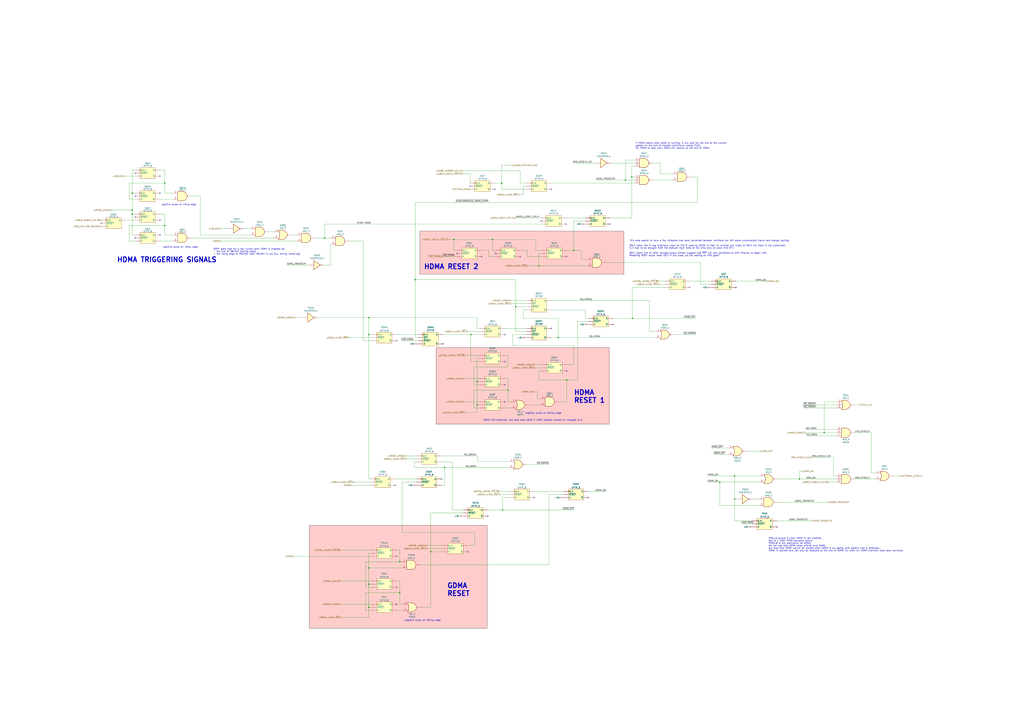
<source format=kicad_sch>
(kicad_sch (version 20230121) (generator eeschema)
  (paper "A1")
  (lib_symbols
    (symbol "Ricoh_Cells:AND_2" (pin_names hide)
      (property "Reference" "U" (at 0 5.08 0))
      (property "Value" "AND_2" (at 0 -5.08 0))
      (symbol "AND_2_1_1"
        (pin input line (at -7.62 2.54 0) (length 3.81) (name "~") (number "1"))
        (pin input line (at -7.62 -2.54 0) (length 3.81) (name "~") (number "2"))
        (pin output line (at 7.62 0 180) (length 3.81) (name "~") (number "3"))
      )
    )
    (symbol "Ricoh_Cells:AND_3" (pin_names hide)
      (property "Reference" "U" (at 0 5.08 0))
      (property "Value" "AND_3" (at 0 -5.08 0))
      (symbol "AND_3_1_1"
        (pin input line (at -7.62 2.54 0) (length 3.81) (name "~") (number "1"))
        (pin input line (at -7.62 0 0) (length 3.81) (name "~") (number "2"))
        (pin input line (at -7.62 -2.54 0) (length 3.81) (name "~") (number "3"))
        (pin output line (at 7.62 0 180) (length 3.81) (name "~") (number "4"))
      )
    )
    (symbol "Ricoh_Cells:DFFR_A" (pin_numbers hide)
      (property "Reference" "U" (at 0 5.715 0))
      (property "Value" "DFFR_A" (at 0 -5.715 0))
      (symbol "DFFR_A_1_1"
        (pin input line (at -10.16 0 0) (length 3.81) (name "~{RESET}") (number "1"))
        (pin input line (at -10.16 -2.54 0) (length 3.81) (name "D") (number "2"))
        (pin input clock (at -10.16 2.54 0) (length 3.81) (name "CLK") (number "3"))
        (pin input clock (at -10.16 2.54 0) (length 3.81) hide (name "~{CLK}") (number "4"))
        (pin input line (at -10.16 0 0) (length 3.81) hide (name "~{RESET}") (number "5"))
        (pin output line (at 10.16 2.54 180) (length 3.81) (name "Q") (number "6"))
      )
    )
    (symbol "Ricoh_Cells:DFFR_B" (pin_numbers hide)
      (property "Reference" "U" (at 0 5.715 0))
      (property "Value" "DFFR_B" (at 0 -5.715 0))
      (symbol "DFFR_B_1_1"
        (pin input line (at -10.16 0 0) (length 3.81) (name "~{RESET}") (number "1"))
        (pin input line (at -10.16 -2.54 0) (length 3.81) (name "D") (number "2"))
        (pin input clock (at -10.16 2.54 0) (length 3.81) (name "CLK") (number "3"))
        (pin input clock (at -10.16 2.54 0) (length 3.81) hide (name "~{CLK}") (number "4"))
        (pin input line (at -10.16 0 0) (length 3.81) hide (name "~{RESET}") (number "5"))
        (pin output line (at 10.16 -2.54 180) (length 3.81) (name "~{Q}") (number "6"))
        (pin output line (at 10.16 2.54 180) (length 3.81) (name "Q") (number "7"))
      )
    )
    (symbol "Ricoh_Cells:DFFSR" (pin_numbers hide)
      (property "Reference" "U" (at 0 6.985 0))
      (property "Value" "DFFSR" (at 0 -6.985 0))
      (symbol "DFFSR_1_1"
        (pin input line (at -10.16 1.27 0) (length 3.81) (name "~{SET}") (number "1"))
        (pin input line (at -10.16 -3.81 0) (length 3.81) (name "D") (number "2"))
        (pin input line (at -10.16 1.27 0) (length 3.81) hide (name "~{SET}") (number "3"))
        (pin output line (at 10.16 -3.81 180) (length 3.81) (name "~{Q}") (number "4"))
        (pin output line (at 10.16 3.81 180) (length 3.81) (name "Q") (number "5"))
        (pin input line (at -10.16 -1.27 0) (length 3.81) (name "~{RESET}") (number "6"))
        (pin input clock (at -10.16 3.81 0) (length 3.81) (name "CLK") (number "7"))
      )
    )
    (symbol "Ricoh_Cells:INVERTER_A" (pin_numbers hide) (pin_names hide)
      (property "Reference" "U?" (at 0 5.08 0))
      (property "Value" "INVERTER_A" (at 0 -5.08 0))
      (symbol "INVERTER_A_1_0"
        (pin input line (at -6.35 0 0) (length 3.81) (name "~") (number "1"))
        (pin output inverted (at 6.35 0 180) (length 3.81) (name "~") (number "2"))
      )
    )
    (symbol "Ricoh_Cells:NAND_3" (pin_names hide)
      (property "Reference" "U" (at 0 5.08 0))
      (property "Value" "NAND_3" (at 0 -5.08 0))
      (symbol "NAND_3_1_1"
        (pin input line (at -7.62 2.54 0) (length 3.81) (name "~") (number "1"))
        (pin input line (at -7.62 0 0) (length 3.81) (name "~") (number "2"))
        (pin input line (at -7.62 -2.54 0) (length 3.81) (name "~") (number "3"))
        (pin output inverted (at 7.62 0 180) (length 3.81) (name "~") (number "4"))
      )
    )
    (symbol "Ricoh_Cells:NOR_2" (pin_names hide)
      (property "Reference" "U" (at 0 5.08 0))
      (property "Value" "NOR_2" (at 0 -5.08 0))
      (symbol "NOR_2_1_1"
        (pin input line (at -7.62 2.54 0) (length 4.4) (name "~") (number "1"))
        (pin input line (at -7.62 -2.54 0) (length 4.4) (name "~") (number "2"))
        (pin output inverted (at 7.62 0 180) (length 3.81) (name "~") (number "3"))
      )
    )
    (symbol "Ricoh_Cells:OR_2" (pin_names hide)
      (property "Reference" "U" (at 0 5.08 0))
      (property "Value" "OR_2" (at 0 -5.08 0))
      (symbol "OR_2_1_1"
        (pin input line (at -7.62 2.54 0) (length 4.4) (name "~") (number "1"))
        (pin input line (at -7.62 -2.54 0) (length 4.4) (name "~") (number "2"))
        (pin output line (at 7.62 0 180) (length 3.81) (name "~") (number "3"))
      )
    )
    (symbol "Ricoh_Cells:OR_3" (pin_names hide)
      (property "Reference" "U" (at 0 5.08 0))
      (property "Value" "OR_3" (at 0 -5.08 0))
      (symbol "OR_3_1_1"
        (pin input line (at -7.62 2.54 0) (length 4.4) (name "~") (number "1"))
        (pin input line (at -7.62 0 0) (length 4.9) (name "~") (number "2"))
        (pin input line (at -7.62 -2.54 0) (length 4.4) (name "~") (number "3"))
        (pin output line (at 7.62 0 180) (length 3.81) (name "~") (number "4"))
      )
    )
    (symbol "power:+5V" (power) (pin_names (offset 0))
      (property "Value" "+5V" (at 0 3.556 0))
      (symbol "+5V_1_1"
        (pin power_in line (at 0 0 90) (length 0) hide (name "+5V") (number "1"))
      )
    )
  )
  (junction (at 518.795 145.415))
  (junction (at 108.585 172.72))
  (junction (at 302.895 466.725))
  (junction (at 417.195 320.675))
  (junction (at 386.715 274.955))
  (junction (at 135.255 150.495))
  (junction (at 135.255 185.42))
  (junction (at 513.715 147.955))
  (junction (at 353.695 453.39))
  (junction (at 442.595 218.44))
  (junction (at 372.745 196.85))
  (junction (at 108.585 175.895))
  (junction (at 302.895 260.985))
  (junction (at 423.545 252.095))
  (junction (at 365.125 384.175))
  (junction (at 412.75 419.1))
  (junction (at 471.17 205.74))
  (junction (at 465.455 312.42))
  (junction (at 302.895 499.11))
  (junction (at 391.795 332.74))
  (junction (at 108.585 158.75))
  (junction (at 676.91 355.6))
  (junction (at 340.995 229.87))
  (junction (at 412.115 150.495))
  (junction (at 458.47 277.495))
  (junction (at 603.25 391.16))
  (junction (at 391.795 313.69))
  (junction (at 591.185 396.24))
  (junction (at 266.7 195.58))
  (junction (at 404.495 196.85))
  (junction (at 302.895 274.955))
  (junction (at 519.43 261.62))
  (junction (at 328.295 461.645))
  (junction (at 656.59 393.7))
  (junction (at 603.25 410.21))
  (junction (at 328.295 487.045))
  (junction (at 302.895 480.06))
  (no_connect (at 375.285 208.28))
  (no_connect (at 384.175 453.39))
  (no_connect (at 452.755 269.875))
  (no_connect (at 325.755 496.57))
  (no_connect (at 501.015 184.15))
  (no_connect (at 111.125 195.58))
  (no_connect (at 111.125 178.435))
  (no_connect (at 604.52 236.22))
  (no_connect (at 503.555 266.7))
  (no_connect (at 325.755 280.035))
  (no_connect (at 400.685 424.18))
  (no_connect (at 465.455 210.82))
  (no_connect (at 325.755 457.2))
  (no_connect (at 131.445 144.78))
  (no_connect (at 406.4 155.575))
  (no_connect (at 465.455 304.8))
  (no_connect (at 407.035 208.28))
  (no_connect (at 131.445 193.04))
  (no_connect (at 414.655 316.23))
  (no_connect (at 566.42 236.22))
  (no_connect (at 395.605 210.82))
  (no_connect (at 427.355 210.82))
  (no_connect (at 414.655 274.955))
  (no_connect (at 414.655 330.2))
  (no_connect (at 325.755 482.6))
  (no_connect (at 131.445 158.75))
  (no_connect (at 452.755 155.575))
  (no_connect (at 131.445 180.975))
  (no_connect (at 111.125 161.29))
  (no_connect (at 414.655 297.18))
  (no_connect (at 638.175 433.07))
  (no_connect (at 483.235 408.94))
  (no_connect (at 386.08 153.035))
  (no_connect (at 83.185 183.515))
  (no_connect (at 464.82 184.15))
  (no_connect (at 438.785 408.94))
  (no_connect (at 111.125 142.24))
  (no_connect (at 324.485 398.78))
  (no_connect (at 362.585 393.7))
  (no_connect (at 444.5 181.61))
  (no_connect (at 363.855 282.575))
  (wire (pts (xy 471.17 205.74) (xy 477.52 205.74)))
  (wire (pts (xy 429.895 254.635) (xy 429.895 261.62)))
  (wire (pts (xy 302.895 393.7) (xy 304.165 393.7)))
  (wire (pts (xy 340.995 229.87) (xy 340.995 277.495)))
  (wire (pts (xy 533.4 272.415) (xy 533.4 247.015)))
  (wire (pts (xy 111.125 158.75) (xy 108.585 158.75)))
  (wire (pts (xy 135.255 175.895) (xy 135.255 185.42)))
  (wire (pts (xy 386.715 297.18) (xy 386.715 274.955)))
  (wire (pts (xy 372.745 196.85) (xy 404.495 196.85)))
  (wire (pts (xy 423.545 179.07) (xy 444.5 179.07)))
  (wire (pts (xy 474.345 312.42) (xy 474.345 264.16)))
  (wire (pts (xy 623.57 415.29) (xy 591.185 415.29)))
  (wire (pts (xy 346.075 499.11) (xy 353.695 499.11)))
  (wire (pts (xy 328.295 496.57) (xy 328.295 487.045)))
  (wire (pts (xy 401.32 205.74) (xy 395.605 205.74)))
  (wire (pts (xy 412.115 135.89) (xy 412.115 150.495)))
  (wire (pts (xy 382.27 292.1) (xy 394.335 292.1)))
  (wire (pts (xy 108.585 172.72) (xy 108.585 175.895)))
  (wire (pts (xy 687.07 330.2) (xy 676.91 330.2)))
  (wire (pts (xy 471.17 181.61) (xy 471.17 205.74)))
  (wire (pts (xy 419.735 249.555) (xy 432.435 249.555)))
  (wire (pts (xy 503.555 261.62) (xy 519.43 261.62)))
  (wire (pts (xy 305.435 499.11) (xy 302.895 499.11)))
  (wire (pts (xy 423.545 252.095) (xy 423.545 272.415)))
  (wire (pts (xy 302.895 466.725) (xy 302.895 454.66)))
  (wire (pts (xy 302.895 260.985) (xy 302.895 274.955)))
  (wire (pts (xy 102.87 144.78) (xy 111.125 144.78)))
  (wire (pts (xy 164.465 193.04) (xy 164.465 161.29)))
  (wire (pts (xy 439.42 302.26) (xy 445.135 302.26)))
  (wire (pts (xy 241.3 457.2) (xy 305.435 457.2)))
  (wire (pts (xy 392.43 379.095) (xy 417.83 379.095)))
  (wire (pts (xy 328.295 452.12) (xy 325.755 452.12)))
  (wire (pts (xy 363.855 274.955) (xy 386.715 274.955)))
  (wire (pts (xy 572.77 145.415) (xy 572.77 166.37)))
  (wire (pts (xy 442.595 304.8) (xy 442.595 312.42)))
  (wire (pts (xy 371.475 419.1) (xy 380.365 419.1)))
  (wire (pts (xy 375.285 210.82) (xy 363.22 210.82)))
  (wire (pts (xy 518.795 179.07) (xy 518.795 145.415)))
  (wire (pts (xy 452.755 150.495) (xy 521.335 150.495)))
  (wire (pts (xy 342.265 396.24) (xy 330.2 396.24)))
  (wire (pts (xy 513.715 131.445) (xy 513.715 147.955)))
  (wire (pts (xy 287.02 277.495) (xy 305.435 277.495)))
  (wire (pts (xy 465.455 312.42) (xy 465.455 330.2)))
  (wire (pts (xy 452.755 277.495) (xy 458.47 277.495)))
  (wire (pts (xy 389.255 320.675) (xy 389.255 335.28)))
  (wire (pts (xy 404.495 205.74) (xy 407.035 205.74)))
  (wire (pts (xy 220.98 190.5) (xy 224.79 190.5)))
  (wire (pts (xy 391.795 269.875) (xy 394.335 269.875)))
  (wire (pts (xy 718.82 388.62) (xy 715.645 388.62)))
  (wire (pts (xy 438.785 321.945) (xy 441.325 321.945)))
  (wire (pts (xy 108.585 158.75) (xy 108.585 172.72)))
  (wire (pts (xy 135.255 158.75) (xy 135.255 150.495)))
  (wire (pts (xy 353.695 453.39) (xy 353.695 499.11)))
  (wire (pts (xy 302.895 480.06) (xy 302.895 466.725)))
  (wire (pts (xy 394.335 335.28) (xy 389.255 335.28)))
  (wire (pts (xy 566.42 231.14) (xy 584.2 231.14)))
  (wire (pts (xy 380.365 142.875) (xy 386.08 142.875)))
  (wire (pts (xy 513.715 147.955) (xy 489.585 147.955)))
  (wire (pts (xy 392.43 379.095) (xy 392.43 374.65)))
  (wire (pts (xy 417.195 301.625) (xy 389.255 301.625)))
  (wire (pts (xy 739.14 391.16) (xy 734.06 391.16)))
  (wire (pts (xy 271.78 217.805) (xy 266.7 217.805)))
  (wire (pts (xy 464.82 179.07) (xy 480.695 179.07)))
  (wire (pts (xy 541.655 233.68) (xy 546.1 233.68)))
  (wire (pts (xy 142.24 193.04) (xy 135.255 193.04)))
  (wire (pts (xy 680.72 396.24) (xy 687.07 396.24)))
  (wire (pts (xy 542.29 133.985) (xy 542.29 142.875)))
  (wire (pts (xy 325.755 274.955) (xy 343.535 274.955)))
  (wire (pts (xy 343.535 280.035) (xy 329.565 280.035)))
  (wire (pts (xy 518.795 136.525) (xy 521.335 136.525)))
  (wire (pts (xy 302.895 499.11) (xy 302.895 480.06)))
  (wire (pts (xy 391.795 294.64) (xy 391.795 313.69)))
  (wire (pts (xy 439.42 299.72) (xy 445.135 299.72)))
  (wire (pts (xy 381.635 311.15) (xy 394.335 311.15)))
  (wire (pts (xy 421.005 274.955) (xy 421.005 283.845)))
  (wire (pts (xy 638.175 427.99) (xy 666.115 427.99)))
  (wire (pts (xy 384.175 272.415) (xy 394.335 272.415)))
  (wire (pts (xy 459.105 330.2) (xy 465.455 330.2)))
  (wire (pts (xy 280.67 507.365) (xy 302.895 507.365)))
  (wire (pts (xy 513.715 131.445) (xy 521.335 131.445)))
  (wire (pts (xy 382.27 339.09) (xy 391.795 339.09)))
  (wire (pts (xy 131.445 139.7) (xy 135.255 139.7)))
  (wire (pts (xy 656.59 393.7) (xy 656.59 387.35)))
  (wire (pts (xy 302.895 274.955) (xy 305.435 274.955)))
  (wire (pts (xy 417.195 320.675) (xy 417.195 311.15)))
  (wire (pts (xy 591.185 396.24) (xy 623.57 396.24)))
  (wire (pts (xy 417.195 292.1) (xy 417.195 301.625)))
  (wire (pts (xy 442.595 208.28) (xy 442.595 218.44)))
  (wire (pts (xy 584.2 233.68) (xy 575.31 233.68)))
  (wire (pts (xy 261.62 260.985) (xy 302.895 260.985)))
  (wire (pts (xy 353.695 421.64) (xy 353.695 453.39)))
  (wire (pts (xy 702.31 332.74) (xy 706.12 332.74)))
  (wire (pts (xy 365.125 398.78) (xy 362.585 398.78)))
  (wire (pts (xy 302.895 393.7) (xy 302.895 274.955)))
  (wire (pts (xy 603.25 410.21) (xy 603.25 427.99)))
  (wire (pts (xy 391.795 313.69) (xy 391.795 332.74)))
  (wire (pts (xy 394.335 294.64) (xy 391.795 294.64)))
  (wire (pts (xy 480.695 254.635) (xy 452.755 254.635)))
  (wire (pts (xy 343.535 277.495) (xy 340.995 277.495)))
  (wire (pts (xy 414.655 292.1) (xy 417.195 292.1)))
  (wire (pts (xy 442.595 304.8) (xy 445.135 304.8)))
  (wire (pts (xy 345.44 464.185) (xy 450.85 464.185)))
  (wire (pts (xy 656.59 387.35) (xy 659.13 387.35)))
  (wire (pts (xy 538.48 272.415) (xy 533.4 272.415)))
  (wire (pts (xy 340.995 166.37) (xy 340.995 229.87)))
  (wire (pts (xy 440.055 205.74) (xy 445.135 205.74)))
  (wire (pts (xy 567.69 145.415) (xy 572.77 145.415)))
  (wire (pts (xy 441.325 327.66) (xy 443.865 327.66)))
  (wire (pts (xy 300.355 487.045) (xy 328.295 487.045)))
  (wire (pts (xy 591.185 415.29) (xy 591.185 396.24)))
  (wire (pts (xy 328.295 461.645) (xy 328.295 452.12)))
  (wire (pts (xy 108.585 175.895) (xy 111.125 175.895)))
  (wire (pts (xy 181.61 198.12) (xy 243.84 198.12)))
  (wire (pts (xy 287.02 198.12) (xy 298.45 198.12)))
  (wire (pts (xy 302.895 260.985) (xy 391.795 260.985)))
  (wire (pts (xy 483.235 264.16) (xy 474.345 264.16)))
  (wire (pts (xy 414.655 335.28) (xy 419.735 335.28)))
  (wire (pts (xy 423.545 252.095) (xy 423.545 229.87)))
  (wire (pts (xy 407.035 210.82) (xy 401.32 210.82)))
  (wire (pts (xy 108.585 139.7) (xy 111.125 139.7)))
  (wire (pts (xy 288.925 398.78) (xy 304.165 398.78)))
  (wire (pts (xy 266.7 184.15) (xy 444.5 184.15)))
  (wire (pts (xy 638.81 393.7) (xy 656.59 393.7)))
  (wire (pts (xy 330.2 437.515) (xy 330.2 396.24)))
  (wire (pts (xy 452.755 247.015) (xy 533.4 247.015)))
  (wire (pts (xy 386.08 142.875) (xy 386.08 150.495)))
  (wire (pts (xy 419.735 247.015) (xy 432.435 247.015)))
  (wire (pts (xy 290.83 396.24) (xy 304.165 396.24)))
  (wire (pts (xy 541.655 231.14) (xy 546.1 231.14)))
  (wire (pts (xy 715.645 388.62) (xy 715.645 355.6)))
  (wire (pts (xy 618.49 410.21) (xy 623.57 410.21)))
  (wire (pts (xy 372.745 196.85) (xy 372.745 205.74)))
  (wire (pts (xy 471.17 283.845) (xy 471.17 299.72)))
  (wire (pts (xy 131.445 163.83) (xy 142.24 163.83)))
  (wire (pts (xy 442.595 208.28) (xy 445.135 208.28)))
  (wire (pts (xy 586.105 373.38) (xy 598.17 373.38)))
  (wire (pts (xy 106.045 198.12) (xy 111.125 198.12)))
  (wire (pts (xy 433.07 205.74) (xy 433.07 210.82)))
  (wire (pts (xy 131.445 198.12) (xy 142.24 198.12)))
  (wire (pts (xy 412.75 408.94) (xy 418.465 408.94)))
  (wire (pts (xy 108.585 158.75) (xy 108.585 139.7)))
  (wire (pts (xy 483.235 261.62) (xy 480.695 261.62)))
  (wire (pts (xy 427.355 140.335) (xy 427.355 150.495)))
  (wire (pts (xy 575.31 215.9) (xy 575.31 233.68)))
  (wire (pts (xy 445.135 210.82) (xy 433.07 210.82)))
  (wire (pts (xy 181.61 187.96) (xy 187.96 187.96)))
  (wire (pts (xy 519.43 261.62) (xy 571.5 261.62)))
  (wire (pts (xy 584.2 368.3) (xy 598.17 368.3)))
  (wire (pts (xy 394.335 316.23) (xy 389.255 316.23)))
  (wire (pts (xy 477.52 213.36) (xy 477.52 205.74)))
  (wire (pts (xy 410.845 406.4) (xy 418.465 406.4)))
  (wire (pts (xy 389.89 448.31) (xy 389.89 437.515)))
  (wire (pts (xy 350.52 448.31) (xy 363.855 448.31)))
  (wire (pts (xy 702.31 355.6) (xy 715.645 355.6)))
  (wire (pts (xy 111.125 193.04) (xy 108.585 193.04)))
  (wire (pts (xy 342.265 379.73) (xy 340.36 379.73)))
  (wire (pts (xy 300.355 482.6) (xy 300.355 461.645)))
  (wire (pts (xy 300.355 487.045) (xy 300.355 501.65)))
  (wire (pts (xy 106.045 163.83) (xy 111.125 163.83)))
  (wire (pts (xy 501.015 179.07) (xy 518.795 179.07)))
  (wire (pts (xy 608.965 430.53) (xy 617.855 430.53)))
  (wire (pts (xy 536.575 147.955) (xy 552.45 147.955)))
  (wire (pts (xy 389.255 320.675) (xy 417.195 320.675)))
  (wire (pts (xy 386.715 274.955) (xy 394.335 274.955)))
  (wire (pts (xy 386.715 297.18) (xy 394.335 297.18)))
  (wire (pts (xy 603.25 427.99) (xy 617.855 427.99)))
  (wire (pts (xy 521.335 145.415) (xy 518.795 145.415)))
  (wire (pts (xy 659.765 332.74) (xy 687.07 332.74)))
  (wire (pts (xy 280.035 477.52) (xy 305.435 477.52)))
  (wire (pts (xy 340.995 229.87) (xy 423.545 229.87)))
  (wire (pts (xy 426.72 160.02) (xy 429.895 160.02)))
  (wire (pts (xy 334.01 374.65) (xy 342.265 374.65)))
  (wire (pts (xy 340.36 384.175) (xy 340.36 379.73)))
  (wire (pts (xy 353.695 421.64) (xy 380.365 421.64)))
  (wire (pts (xy 450.85 406.4) (xy 450.85 464.185)))
  (wire (pts (xy 372.745 205.74) (xy 375.285 205.74)))
  (wire (pts (xy 536.575 133.985) (xy 542.29 133.985)))
  (wire (pts (xy 666.75 375.92) (xy 684.53 375.92)))
  (wire (pts (xy 518.795 136.525) (xy 518.795 145.415)))
  (wire (pts (xy 135.255 185.42) (xy 106.045 185.42)))
  (wire (pts (xy 429.895 160.02) (xy 429.895 153.035)))
  (wire (pts (xy 521.335 147.955) (xy 513.715 147.955)))
  (wire (pts (xy 427.355 150.495) (xy 432.435 150.495)))
  (wire (pts (xy 676.91 355.6) (xy 687.07 355.6)))
  (wire (pts (xy 280.035 496.57) (xy 305.435 496.57)))
  (wire (pts (xy 324.485 393.7) (xy 342.265 393.7)))
  (wire (pts (xy 433.07 381.635) (xy 450.85 381.635)))
  (wire (pts (xy 271.78 195.58) (xy 266.7 195.58)))
  (wire (pts (xy 552.45 142.875) (xy 542.29 142.875)))
  (wire (pts (xy 423.545 252.095) (xy 432.435 252.095)))
  (wire (pts (xy 384.175 448.31) (xy 389.89 448.31)))
  (wire (pts (xy 412.115 150.495) (xy 412.115 155.575)))
  (wire (pts (xy 661.67 353.06) (xy 687.07 353.06)))
  (wire (pts (xy 271.78 200.66) (xy 271.78 217.805)))
  (wire (pts (xy 305.435 480.06) (xy 302.895 480.06)))
  (wire (pts (xy 480.695 181.61) (xy 471.17 181.61)))
  (wire (pts (xy 581.025 396.24) (xy 591.185 396.24)))
  (wire (pts (xy 661.67 355.6) (xy 676.91 355.6)))
  (wire (pts (xy 440.055 196.85) (xy 404.495 196.85)))
  (wire (pts (xy 470.535 133.985) (xy 489.585 133.985)))
  (wire (pts (xy 450.85 406.4) (xy 462.915 406.4)))
  (wire (pts (xy 433.07 205.74) (xy 427.355 205.74)))
  (wire (pts (xy 164.465 193.04) (xy 205.74 193.04)))
  (wire (pts (xy 350.52 450.85) (xy 363.855 450.85)))
  (wire (pts (xy 280.035 452.12) (xy 305.435 452.12)))
  (wire (pts (xy 432.435 254.635) (xy 429.895 254.635)))
  (wire (pts (xy 581.025 391.16) (xy 603.25 391.16)))
  (wire (pts (xy 389.89 437.515) (xy 330.2 437.515)))
  (wire (pts (xy 676.91 355.6) (xy 676.91 330.2)))
  (wire (pts (xy 305.435 482.6) (xy 300.355 482.6)))
  (wire (pts (xy 365.125 384.175) (xy 365.125 398.78)))
  (wire (pts (xy 380.365 140.335) (xy 427.355 140.335)))
  (wire (pts (xy 412.75 419.1) (xy 471.805 419.1)))
  (wire (pts (xy 400.685 419.1) (xy 412.75 419.1)))
  (wire (pts (xy 684.53 375.92) (xy 684.53 391.16)))
  (wire (pts (xy 371.475 419.1) (xy 371.475 379.73)))
  (wire (pts (xy 465.455 205.74) (xy 471.17 205.74)))
  (wire (pts (xy 240.03 193.04) (xy 243.84 193.04)))
  (wire (pts (xy 432.435 274.955) (xy 421.005 274.955)))
  (wire (pts (xy 417.195 311.15) (xy 414.655 311.15)))
  (wire (pts (xy 553.72 274.955) (xy 571.5 274.955)))
  (wire (pts (xy 718.82 393.7) (xy 702.31 393.7)))
  (wire (pts (xy 328.295 487.045) (xy 328.295 477.52)))
  (wire (pts (xy 266.7 184.15) (xy 266.7 195.58)))
  (wire (pts (xy 135.255 150.495) (xy 106.045 150.495)))
  (wire (pts (xy 442.595 218.44) (xy 482.6 218.44)))
  (wire (pts (xy 300.355 461.645) (xy 328.295 461.645)))
  (wire (pts (xy 305.435 501.65) (xy 300.355 501.65)))
  (wire (pts (xy 108.585 193.04) (xy 108.585 175.895)))
  (wire (pts (xy 371.475 379.73) (xy 362.585 379.73)))
  (wire (pts (xy 417.195 330.2) (xy 419.735 330.2)))
  (wire (pts (xy 412.75 408.94) (xy 412.75 419.1)))
  (wire (pts (xy 391.795 339.09) (xy 391.795 332.74)))
  (wire (pts (xy 480.695 261.62) (xy 480.695 254.635)))
  (wire (pts (xy 328.295 496.57) (xy 330.835 496.57)))
  (wire (pts (xy 465.455 312.42) (xy 474.345 312.42)))
  (wire (pts (xy 429.895 261.62) (xy 458.47 261.62)))
  (wire (pts (xy 368.935 196.85) (xy 372.745 196.85)))
  (wire (pts (xy 421.005 283.845) (xy 471.17 283.845)))
  (wire (pts (xy 603.25 391.16) (xy 623.57 391.16)))
  (wire (pts (xy 135.255 185.42) (xy 135.255 193.04)))
  (wire (pts (xy 684.53 391.16) (xy 687.07 391.16)))
  (wire (pts (xy 604.52 231.14) (xy 629.285 231.14)))
  (wire (pts (xy 394.335 332.74) (xy 391.795 332.74)))
  (wire (pts (xy 613.41 370.84) (xy 624.84 370.84)))
  (wire (pts (xy 328.295 477.52) (xy 325.755 477.52)))
  (wire (pts (xy 438.785 403.86) (xy 462.915 403.86)))
  (wire (pts (xy 662.305 358.14) (xy 687.07 358.14)))
  (wire (pts (xy 401.32 205.74) (xy 401.32 210.82)))
  (wire (pts (xy 440.055 205.74) (xy 440.055 196.85)))
  (wire (pts (xy 353.695 453.39) (xy 363.855 453.39)))
  (wire (pts (xy 458.47 277.495) (xy 538.48 277.495)))
  (wire (pts (xy 200.66 187.96) (xy 205.74 187.96)))
  (wire (pts (xy 638.81 412.75) (xy 680.085 412.75)))
  (wire (pts (xy 391.795 260.985) (xy 391.795 269.875)))
  (wire (pts (xy 340.995 166.37) (xy 572.77 166.37)))
  (wire (pts (xy 441.325 321.945) (xy 441.325 327.66)))
  (wire (pts (xy 483.235 403.86) (xy 497.84 403.86)))
  (wire (pts (xy 423.545 272.415) (xy 432.435 272.415)))
  (wire (pts (xy 458.47 261.62) (xy 458.47 277.495)))
  (wire (pts (xy 404.495 196.85) (xy 404.495 205.74)))
  (wire (pts (xy 392.43 374.65) (xy 362.585 374.65)))
  (wire (pts (xy 103.505 180.975) (xy 111.125 180.975)))
  (wire (pts (xy 656.59 393.7) (xy 687.07 393.7)))
  (wire (pts (xy 434.975 332.74) (xy 443.865 332.74)))
  (wire (pts (xy 305.435 454.66) (xy 302.895 454.66)))
  (wire (pts (xy 325.755 501.65) (xy 330.835 501.65)))
  (wire (pts (xy 157.48 161.29) (xy 164.465 161.29)))
  (wire (pts (xy 381.635 330.2) (xy 394.335 330.2)))
  (wire (pts (xy 575.31 215.9) (xy 497.84 215.9)))
  (wire (pts (xy 687.07 335.28) (xy 659.765 335.28)))
  (wire (pts (xy 298.45 280.035) (xy 305.435 280.035)))
  (wire (pts (xy 465.455 299.72) (xy 471.17 299.72)))
  (wire (pts (xy 412.115 155.575) (xy 432.435 155.575)))
  (wire (pts (xy 389.255 316.23) (xy 389.255 301.625)))
  (wire (pts (xy 254 217.805) (xy 235.585 217.805)))
  (wire (pts (xy 106.045 185.42) (xy 106.045 198.12)))
  (wire (pts (xy 334.01 377.19) (xy 342.265 377.19)))
  (wire (pts (xy 340.36 384.175) (xy 365.125 384.175)))
  (wire (pts (xy 465.455 312.42) (xy 442.595 312.42)))
  (wire (pts (xy 429.895 153.035) (xy 432.435 153.035)))
  (wire (pts (xy 519.43 236.22) (xy 546.1 236.22)))
  (wire (pts (xy 603.25 391.16) (xy 603.25 410.21)))
  (wire (pts (xy 477.52 213.36) (xy 482.6 213.36)))
  (wire (pts (xy 433.705 218.44) (xy 442.595 218.44)))
  (wire (pts (xy 266.7 195.58) (xy 259.08 195.58)))
  (wire (pts (xy 414.655 269.875) (xy 432.435 269.875)))
  (wire (pts (xy 603.25 410.21) (xy 605.79 410.21)))
  (wire (pts (xy 106.045 150.495) (xy 106.045 163.83)))
  (wire (pts (xy 135.255 139.7) (xy 135.255 150.495)))
  (wire (pts (xy 417.195 330.2) (xy 417.195 320.675)))
  (wire (pts (xy 410.845 403.86) (xy 418.465 403.86)))
  (wire (pts (xy 394.335 313.69) (xy 391.795 313.69)))
  (wire (pts (xy 92.075 172.72) (xy 108.585 172.72)))
  (wire (pts (xy 302.895 507.365) (xy 302.895 499.11)))
  (wire (pts (xy 302.895 466.725) (xy 330.2 466.725)))
  (wire (pts (xy 131.445 175.895) (xy 135.255 175.895)))
  (wire (pts (xy 365.125 384.175) (xy 417.83 384.175)))
  (wire (pts (xy 242.57 260.985) (xy 248.92 260.985)))
  (wire (pts (xy 298.45 198.12) (xy 298.45 280.035)))
  (wire (pts (xy 406.4 150.495) (xy 412.115 150.495)))
  (wire (pts (xy 519.43 236.22) (xy 519.43 261.62)))
  (wire (pts (xy 502.285 133.985) (xy 521.335 133.985)))
  (wire (pts (xy 157.48 195.58) (xy 224.79 195.58)))
  (wire (pts (xy 328.295 461.645) (xy 330.2 461.645)))
  (wire (pts (xy 142.24 158.75) (xy 135.255 158.75)))
  (wire (pts (xy 421.005 135.89) (xy 412.115 135.89)))
  (rectangle (start 344.805 189.865) (end 512.445 225.425) (stroke (width 0) (color 0 0 0 0.5)) (fill (type color) (color 255 0 0 0.2)))
  (rectangle (start 254 431.8) (end 400.05 516.255) (stroke (width 0) (color 0 0 0 0.5)) (fill (type color) (color 255 0 0 0.2)))
  (rectangle (start 358.14 285.75) (end 500.38 348.615) (stroke (width 0) (color 0 0 0 0.5)) (fill (type color) (color 255 0 0 0.2)))
  (text "If HDMA starts when GDMA is running, it will wait for the end of the current \npattern or the end of transfer (whichever comes first)\nfor HDMA to take over. GDMA will resume at the end of HDMA." (at 521.97 122.555 0) (effects (font (size 1.27 1.27)) (justify left bottom)))
  (text "HDMA TRIGGERING SIGNALS" (at 95.885 215.9 0) (effects (font (size 4 4) (thickness 0.8) bold) (justify left bottom)))
  (text "SOPE goes high for a few cycles when HDMA is enabled at:\n- the end of VBLANK (falling edge)\n- the rising edge of HBLANK when VBLANK is low (i.e. during rendering)" (at 175.26 209.55 0) (effects (font (size 1.27 1.27)) (justify left bottom)))
  (text "HDMA END detection, but also stop HDMA if 420C register content is changed to 0" (at 396.875 346.075 0) (effects (font (size 1.27 1.27)) (justify left bottom)))
  (text "HDMA RESET 2" (at 347.98 221.615 0) (effects (font (size 4 4) (thickness 0.8) bold) (justify left bottom)))
  (text "negative pulse on falling edge" (at 332.105 510.54 0) (effects (font (size 1.27 1.27)) (justify left bottom)))
  (text "POSI_Q always 0 when HDMA is not enabled.\nSet to 1 when HDMA becomes activa\nPOSD_Q is the equivalent for GDMA. \nWe can see that HDMA takes priority over GDMA \nbut also that HDMA cannot be started when GDMA is on-going until pattern end is detected.\nHDMA is latched and can only be disabled at the end of HDMA i.e. when all HDMA channels have been serviced." (at 631.19 453.39 0) (effects (font (size 1.27 1.27)) (justify left bottom)))
  (text "negative pulse on falling edge" (at 431.165 340.36 0) (effects (font (size 1.27 1.27)) (justify left bottom)))
  (text "This area seems to have a few mistakes that were corrected between revisions but left some unconnected tracks and stange routing:\n\nROLX looks like it was originally clock by XIN/2 used by SOZR. O track is running very close to ROLX clk input is not conencted.\nCLK had to be brought from the bottwon right hand of the chip only to clock this DFF.\n\nQOYJ looks like an after thought.Layout almost suggest that ~{RST} net was connected to UOTI directly to begin with.\nResetting ROSV would reset UOTI in any case, so why adding an AND gate? " (at 516.89 210.82 0) (effects (font (size 1.27 1.27)) (justify left bottom)))
  (text "HDMA\nRESET 1" (at 471.17 331.47 0) (effects (font (size 4 4) (thickness 0.8) bold) (justify left bottom)))
  (text "positive pulse on rising edge" (at 133.985 203.835 0) (effects (font (size 1.27 1.27)) (justify left bottom)))
  (text "positive pulse on rising edge" (at 132.715 168.91 0) (effects (font (size 1.27 1.27)) (justify left bottom)))
  (text "GDMA\nRESET" (at 367.03 490.22 0) (effects (font (size 4 4) (thickness 0.8) bold) (justify left bottom)))
  (label "GDMA_ON" (at 497.84 403.86 180))
  (label "NO_GDMA" (at 662.305 358.14 0))
  (label "~{END_HDMA}" (at 363.22 210.82 0))
  (label "DMA_SYSCLK_EN" (at 470.535 133.985 0))
  (label "HDMA_ON" (at 581.025 391.16 0))
  (label "GDMA_TRANSFER" (at 489.585 147.955 0))
  (label "~{GDMA_OFF}" (at 586.105 373.38 0))
  (label "~{NO_HDMA3}" (at 571.5 274.955 180))
  (label "wOACU_wOAFI_XIN{slash}4" (at 423.545 179.07 0))
  (label "DMA_ON" (at 662.305 393.7 0))
  (label "~{GDMA_OFF}" (at 471.805 419.1 180))
  (label "HDMA_TRANSFER" (at 647.7 427.99 0))
  (label "CPU_SYSCLK" (at 702.31 355.6 0))
  (label "~{NO_GDMA3}" (at 659.765 332.74 0))
  (label "NO_GDMA" (at 382.27 384.175 0))
  (label "GDMA_TRANSFER" (at 652.78 412.75 0))
  (label "~{HDMA_OFF}" (at 584.2 368.3 0))
  (label "GDMA_ON" (at 581.025 396.24 0))
  (label "HDMA_ON" (at 629.285 231.14 180))
  (label "~{NO_GDMA3}" (at 450.85 381.635 180))
  (label "~{HDMA_OFF}" (at 571.5 261.62 180))
  (label "~{NO_HDMA3}" (at 659.765 335.28 0))
  (label "~{SYNCHRONISED_HDMA_START}" (at 401.32 166.37 180))
  (label "~{END_HDMA}" (at 329.565 280.035 0))
  (label "~{END_HDMA}" (at 608.965 430.53 0))
  (label "NO_GDMA2" (at 381 374.65 0))
  (label "NO_HDMA" (at 661.67 353.06 0))
  (label "GDMA_TRANSFER" (at 235.585 217.805 0))
  (label "NO_HDMA" (at 483.87 277.495 0))
  (label "START_HDMA" (at 304.8 184.15 180))
  (label "NO_HDMA2" (at 476.25 247.015 0))
  (label "DMA_SYSCLK" (at 702.31 393.7 0))
  (label "DMA_SYSCLK_EN" (at 666.75 375.92 0))
  (hierarchical_label "wMAGR_wMAGV" (shape input) (at 92.075 172.72 180))
  (hierarchical_label "DMA_SYSCLK_EN" (shape input) (at 666.75 375.92 180))
  (hierarchical_label "wDBJW_wHASI_~{RST}" (shape input) (at 334.01 377.19 180))
  (hierarchical_label "wNAGK_wNAJD" (shape input) (at 381.635 311.15 180))
  (hierarchical_label "wMAGR_wMAGV" (shape input) (at 350.52 448.31 180))
  (hierarchical_label "wNAQE_wNBBM_XIN{slash}2" (shape input) (at 380.365 140.335 180))
  (hierarchical_label "INTERNAL_SYSCLK" (shape output) (at 739.14 391.16 0))
  (hierarchical_label "wOBXZ_wOCHV_~{XIN{slash}2}" (shape input) (at 368.935 196.85 180))
  (hierarchical_label "HDMA_TRANSFER" (shape output) (at 666.115 427.99 0))
  (hierarchical_label "wDBJW_wHASI_~{RST}" (shape input) (at 541.655 233.68 180))
  (hierarchical_label "~{END_HDMA}" (shape input) (at 363.22 210.82 180))
  (hierarchical_label "GDMA" (shape input) (at 288.925 398.78 180))
  (hierarchical_label "wDBJW_wHASI_~{RST}" (shape input) (at 290.83 396.24 180))
  (hierarchical_label "HDMA" (shape input) (at 181.61 198.12 180))
  (hierarchical_label "wOCRQ_wOCRS_~{XIN{slash}8}" (shape input) (at 382.27 292.1 180))
  (hierarchical_label "wDBJW_wHASI_~{RST}" (shape input) (at 384.175 272.415 180))
  (hierarchical_label "LONG_FALLING_VBLANK" (shape input) (at 83.185 186.055 180))
  (hierarchical_label "wOBXZ_wOCHV_~{XIN{slash}2}" (shape input) (at 380.365 142.875 180))
  (hierarchical_label "wNAGK_wNAJD" (shape input) (at 280.035 477.52 180))
  (hierarchical_label "CPU_CLK" (shape output) (at 706.12 332.74 0))
  (hierarchical_label "wOCRQ_wOCRS_~{XIN{slash}8}" (shape input) (at 280.035 452.12 180))
  (hierarchical_label "HDMA_ON" (shape output) (at 629.285 231.14 0))
  (hierarchical_label "GDMA_TRANSFER" (shape output) (at 680.085 412.75 0))
  (hierarchical_label "wNBEB_wNBEG_XIN{slash}8" (shape input) (at 680.72 396.24 180))
  (hierarchical_label "wDBJW_wHASI_~{RST}" (shape input) (at 433.705 218.44 180))
  (hierarchical_label "wMAGR_wMAGV" (shape input) (at 280.035 496.57 180))
  (hierarchical_label "wDBJW_wHASI_~{RST}" (shape input) (at 287.02 277.495 180))
  (hierarchical_label "wDBJW_wHASI_~{RST}" (shape input) (at 350.52 450.85 180))
  (hierarchical_label "wOCRQ_wOCRS_~{XIN{slash}8}" (shape input) (at 410.845 403.86 180))
  (hierarchical_label "wDBJW_wHASI_~{RST}" (shape input) (at 382.27 339.09 180))
  (hierarchical_label "DMA_ON" (shape output) (at 659.13 387.35 0))
  (hierarchical_label "wMAGR_wMAGV" (shape input) (at 381.635 330.2 180))
  (hierarchical_label "wMAGR_wMAGV" (shape input) (at 334.01 374.65 180))
  (hierarchical_label "wVBLANK" (shape input) (at 181.61 187.96 180))
  (hierarchical_label "wOCRQ_wOCRS_~{XIN{slash}8}" (shape input) (at 541.655 231.14 180))
  (hierarchical_label "wMAGR_wMAGV" (shape input) (at 439.42 299.72 180))
  (hierarchical_label "GDMA" (shape input) (at 241.3 457.2 180))
  (hierarchical_label "wDBJW_wHASI_~{RST}" (shape input) (at 426.72 160.02 180))
  (hierarchical_label "wDBJW_wHASI_~{RST}" (shape input) (at 280.67 507.365 180))
  (hierarchical_label "wDBJW_wHASI_~{RST}" (shape input) (at 439.42 302.26 180))
  (hierarchical_label "DMA_OFF" (shape output) (at 624.84 370.84 0))
  (hierarchical_label "wDBJW_wHASI_~{RST}" (shape input) (at 419.735 249.555 180))
  (hierarchical_label "wNBEB_wNBEG_XIN{slash}8" (shape input) (at 83.185 180.975 180))
  (hierarchical_label "wMAGR_wMAGV" (shape input) (at 242.57 260.985 180))
  (hierarchical_label "wDBJW_wHASI_~{RST}" (shape input) (at 410.845 406.4 180))
  (hierarchical_label "wMAGR_wMAGV" (shape input) (at 661.67 355.6 180))
  (hierarchical_label "HDMA_EN" (shape input) (at 438.785 321.945 180))
  (hierarchical_label "wOACU_wOAFI_XIN{slash}4" (shape input) (at 423.545 179.07 180))
  (hierarchical_label "PATTERN_END" (shape input) (at 386.08 155.575 180))
  (hierarchical_label "GDMA_PATTERN_END" (shape output) (at 421.005 135.89 0))
  (hierarchical_label "wHBLANK" (shape input) (at 102.87 144.78 180))
  (hierarchical_label "wMAGR_wMAGV" (shape input) (at 419.735 247.015 180))
  (symbol (lib_id "Ricoh_Cells:INVERTER_A") (at 495.935 133.985 0) (unit 1)
    (property "Reference" "RONY" (at 495.935 126.0307 0))
    (property "Value" "INVERTER_A" (at 495.935 128.4549 0))
    (property "Datasheet" "http://iceboy.a-singer.de/doc/dmg_cells.html#inv_a" (effects hide))
  )
  (symbol (lib_id "Ricoh_Cells:NAND_3") (at 528.955 133.985 0) (unit 1)
    (property "Reference" "SOXY" (at 528.9412 126.0307 0))
    (property "Value" "NAND_3" (at 528.9412 128.4549 0))
    (property "Datasheet" "http://iceboy.a-singer.de/doc/dmg_cells.html#nand3" (effects hide))
  )
  (symbol (lib_id "Ricoh_Cells:OR_2") (at 427.355 332.74 0) (mirror x) (unit 1)
    (property "Reference" "QOHV" (at 427.3548 340.6943 0))
    (property "Value" "OR_2" (at 427.3548 338.2701 0))
    (property "Datasheet" "http://iceboy.a-singer.de/doc/dmg_cells.html#or2" (effects hide))
  )
  (symbol (lib_id "Ricoh_Cells:OR_2") (at 338.455 499.11 0) (mirror x) (unit 1)
    (property "Reference" "POOO" (at 338.4548 507.0643 0))
    (property "Value" "OR_2" (at 338.4548 504.6401 0))
    (property "Datasheet" "http://iceboy.a-singer.de/doc/dmg_cells.html#or2" (effects hide))
  )
  (symbol (lib_id "power:+5V") (at 584.2 236.22 90) (unit 1)
    (property "Reference" "#PWR054" (effects hide))
    (property "Value" "+5V" (at 581.0251 236.22 90) (effects (justify left)))
    (instances (project "S-CPU" (path "" (reference "#PWR054") (unit 1)) (path "" (reference "#PWR068") (unit 1))))
  )
  (symbol (lib_id "Ricoh_Cells:DFFR_B") (at 390.525 421.64 0) (unit 1)
    (property "Reference" "OOJS" (at 390.525 413.1777 0))
    (property "Value" "DFFR_B" (at 390.525 415.925 0))
    (property "Datasheet" "http://iceboy.a-singer.de/doc/dmg_cells.html#dffr_b" (effects hide))
  )
  (symbol (lib_id "power:+5V") (at 462.915 408.94 90) (unit 1)
    (property "Reference" "#PWR051" (effects hide))
    (property "Value" "+5V" (at 459.7401 408.94 90) (effects (justify left)))
    (instances (project "S-CPU" (path "" (reference "#PWR051") (unit 1)) (path "" (reference "#PWR064") (unit 1))))
  )
  (symbol (lib_id "Ricoh_Cells:DFFR_B") (at 121.285 195.58 0) (unit 1)
    (property "Reference" "NBIV" (at 121.285 188.2521 0))
    (property "Value" "DFFR_B" (at 121.285 190.1731 0))
    (property "Datasheet" "http://iceboy.a-singer.de/doc/dmg_cells.html#dffr_b" (effects hide))
  )
  (symbol (lib_id "Ricoh_Cells:NOR_2") (at 605.79 370.84 0) (mirror x) (unit 1)
    (property "Reference" "OOLO" (at 605.7898 378.7943 0))
    (property "Value" "NOR_2" (at 605.7898 376.3701 0))
    (property "Datasheet" "http://iceboy.a-singer.de/doc/dmg_cells.html#nor2" (effects hide))
  )
  (symbol (lib_id "Ricoh_Cells:DFFR_B") (at 385.445 208.28 0) (unit 1)
    (property "Reference" "RONJ" (at 385.445 199.8177 0))
    (property "Value" "DFFR_B" (at 385.445 202.2419 0))
    (property "Datasheet" "http://iceboy.a-singer.de/doc/dmg_cells.html#dffr_b" (effects hide))
  )
  (symbol (lib_id "Ricoh_Cells:INVERTER_A") (at 255.27 260.985 0) (unit 1)
    (property "Reference" "POGD" (at 255.27 253.0307 0))
    (property "Value" "INVERTER_A" (at 255.27 255.4549 0))
    (property "Datasheet" "http://iceboy.a-singer.de/doc/dmg_cells.html#inv_a" (effects hide))
  )
  (symbol (lib_id "power:+5V") (at 380.365 424.18 90) (unit 1)
    (property "Reference" "#PWR050" (effects hide))
    (property "Value" "+5V" (at 377.1901 424.18 90) (effects (justify left)))
    (instances (project "S-CPU" (path "" (reference "#PWR050") (unit 1)) (path "" (reference "#PWR063") (unit 1))))
  )
  (symbol (lib_id "Ricoh_Cells:INVERTER_A") (at 612.14 410.21 0) (unit 1)
    (property "Reference" "PORZ" (at 612.14 402.2557 0))
    (property "Value" "INVERTER_A" (at 612.14 404.6799 0))
    (property "Datasheet" "http://iceboy.a-singer.de/doc/dmg_cells.html#inv_a" (effects hide))
  )
  (symbol (lib_id "Ricoh_Cells:DFFR_B") (at 417.195 208.28 0) (unit 1)
    (property "Reference" "ROOB" (at 417.195 199.8177 0))
    (property "Value" "DFFR_B" (at 417.195 202.2419 0))
    (property "Datasheet" "http://iceboy.a-singer.de/doc/dmg_cells.html#dffr_b" (effects hide))
  )
  (symbol (lib_id "Ricoh_Cells:DFFR_B") (at 315.595 499.11 0) (unit 1)
    (property "Reference" "POLC" (at 315.595 490.6477 0))
    (property "Value" "DFFR_B" (at 315.595 493.395 0))
    (property "Datasheet" "http://iceboy.a-singer.de/doc/dmg_cells.html#dffr_b" (effects hide))
  )
  (symbol (lib_id "Ricoh_Cells:AND_3") (at 694.69 355.6 0) (mirror x) (unit 1)
    (property "Reference" "ROHW" (at 694.6762 363.5543 0))
    (property "Value" "AND_3" (at 694.6762 361.1301 0))
    (property "Datasheet" "http://iceboy.a-singer.de/doc/dmg_cells.html#and3" (effects hide))
  )
  (symbol (lib_id "Ricoh_Cells:DFFR_B") (at 404.495 272.415 0) (unit 1)
    (property "Reference" "QOIS" (at 404.495 263.9527 0))
    (property "Value" "DFFR_B" (at 404.495 266.7 0))
    (property "Datasheet" "http://iceboy.a-singer.de/doc/dmg_cells.html#dffr_b" (effects hide))
  )
  (symbol (lib_id "Ricoh_Cells:DFFR_B") (at 314.325 396.24 0) (unit 1)
    (property "Reference" "OOBX" (at 314.325 387.7777 0))
    (property "Value" "DFFR_B" (at 314.325 390.2019 0))
    (property "Datasheet" "http://iceboy.a-singer.de/doc/dmg_cells.html#dffr_b" (effects hide))
  )
  (symbol (lib_id "Ricoh_Cells:OR_3") (at 694.69 332.74 0) (unit 1)
    (property "Reference" "POUL" (at 694.6898 324.7857 0))
    (property "Value" "OR_3" (at 694.6898 327.2099 0))
    (property "Datasheet" "http://iceboy.a-singer.de/doc/dmg_cells.html#or3" (effects hide))
  )
  (symbol (lib_id "Ricoh_Cells:DFFR_B") (at 428.625 406.4 0) (unit 1)
    (property "Reference" "POQV" (at 428.625 397.9377 0))
    (property "Value" "DFFR_B" (at 428.625 400.685 0))
    (property "Datasheet" "http://iceboy.a-singer.de/doc/dmg_cells.html#dffr_b" (effects hide))
  )
  (symbol (lib_id "power:+5V") (at 483.235 266.7 90) (unit 1)
    (property "Reference" "#PWR053" (effects hide))
    (property "Value" "+5V" (at 480.0601 266.7 90) (effects (justify left)))
    (instances (project "S-CPU" (path "" (reference "#PWR053") (unit 1)) (path "" (reference "#PWR066") (unit 1))))
  )
  (symbol (lib_id "power:+5V") (at 617.855 433.07 90) (unit 1)
    (property "Reference" "#PWR052" (effects hide))
    (property "Value" "+5V" (at 614.6801 433.07 90) (effects (justify left)))
    (instances (project "S-CPU" (path "" (reference "#PWR052") (unit 1)) (path "" (reference "#PWR067") (unit 1))))
  )
  (symbol (lib_id "Ricoh_Cells:DFFR_B") (at 315.595 277.495 0) (unit 1)
    (property "Reference" "SOMN" (at 315.595 269.0327 0))
    (property "Value" "DFFR_B" (at 315.595 271.78 0))
    (property "Datasheet" "http://iceboy.a-singer.de/doc/dmg_cells.html#dffr_b" (effects hide))
  )
  (symbol (lib_id "Ricoh_Cells:DFFR_B") (at 121.285 178.435 0) (unit 1)
    (property "Reference" "NBIZ" (at 121.285 171.1071 0))
    (property "Value" "DFFR_B" (at 121.285 173.0281 0))
    (property "Datasheet" "http://iceboy.a-singer.de/doc/dmg_cells.html#dffr_b" (effects hide))
  )
  (symbol (lib_id "Ricoh_Cells:NOR_2") (at 425.45 381.635 0) (unit 1)
    (property "Reference" "OOIW" (at 425.4498 373.6807 0))
    (property "Value" "NOR_2" (at 425.4498 376.1049 0))
    (property "Datasheet" "http://iceboy.a-singer.de/doc/dmg_cells.html#nor2" (effects hide))
  )
  (symbol (lib_id "Ricoh_Cells:DFFSR") (at 442.595 250.825 0) (unit 1)
    (property "Reference" "QOSC" (at 442.595 241.0927 0))
    (property "Value" "DFFSR" (at 442.595 243.5169 0))
    (property "Datasheet" "http://iceboy.a-singer.de/doc/dmg_cells.html#dffsr" (effects hide))
  )
  (symbol (lib_id "Ricoh_Cells:DFFR_B") (at 121.285 161.29 0) (unit 1)
    (property "Reference" "OBHN" (at 121.285 153.392 0))
    (property "Value" "DFFR_B" (at 121.285 155.44 0))
    (property "Datasheet" "http://iceboy.a-singer.de/doc/dmg_cells.html#dffr_b" (effects hide))
  )
  (symbol (lib_id "Ricoh_Cells:AND_2") (at 213.36 190.5 0) (unit 1)
    (property "Reference" "SOUV" (at 213.3462 182.5457 0))
    (property "Value" "AND_2" (at 213.3462 184.9699 0))
    (property "Datasheet" "http://iceboy.a-singer.de/doc/dmg_cells.html#and2" (effects hide))
  )
  (symbol (lib_id "Ricoh_Cells:DFFR_B") (at 490.855 181.61 0) (unit 1)
    (property "Reference" "SOXO" (at 490.855 173.1477 0))
    (property "Value" "DFFR_B" (at 490.855 175.5719 0))
    (property "Datasheet" "http://iceboy.a-singer.de/doc/dmg_cells.html#dffr_b" (effects hide))
  )
  (symbol (lib_id "Ricoh_Cells:DFFR_B") (at 404.495 332.74 0) (unit 1)
    (property "Reference" "QOBT" (at 404.495 324.2777 0))
    (property "Value" "DFFR_B" (at 404.495 326.7019 0))
    (property "Datasheet" "http://iceboy.a-singer.de/doc/dmg_cells.html#dffr_b" (effects hide))
  )
  (symbol (lib_id "Ricoh_Cells:DFFR_B") (at 352.425 377.19 0) (unit 1)
    (property "Reference" "OOIO" (at 352.425 368.7277 0))
    (property "Value" "DFFR_B" (at 352.425 371.1519 0))
    (property "Datasheet" "http://iceboy.a-singer.de/doc/dmg_cells.html#dffr_b" (effects hide))
  )
  (symbol (lib_id "Ricoh_Cells:DFFR_B") (at 455.295 208.28 0) (unit 1)
    (property "Reference" "ROSV" (at 455.295 199.8177 0))
    (property "Value" "DFFR_B" (at 455.295 202.2419 0))
    (property "Datasheet" "http://iceboy.a-singer.de/doc/dmg_cells.html#dffr_b" (effects hide))
  )
  (symbol (lib_id "Ricoh_Cells:AND_2") (at 451.485 330.2 0) (unit 1)
    (property "Reference" "OBEE" (at 451.4767 323.3801 0))
    (property "Value" "AND_2" (at 451.485 325.12 0))
    (property "Datasheet" "http://iceboy.a-singer.de/doc/dmg_cells.html#and2" (effects hide))
  )
  (symbol (lib_id "Ricoh_Cells:DFFR_B") (at 374.015 450.85 0) (unit 1)
    (property "Reference" "OOGP" (at 374.015 442.3877 0))
    (property "Value" "DFFR_B" (at 374.015 444.8119 0))
    (property "Datasheet" "http://iceboy.a-singer.de/doc/dmg_cells.html#dffr_b" (effects hide))
  )
  (symbol (lib_id "Ricoh_Cells:OR_2") (at 726.44 391.16 0) (unit 1)
    (property "Reference" "ROKI" (at 726.4398 383.2057 0))
    (property "Value" "OR_2" (at 726.4398 385.6299 0))
    (property "Datasheet" "http://iceboy.a-singer.de/doc/dmg_cells.html#or2" (effects hide))
  )
  (symbol (lib_id "Ricoh_Cells:DFFR_B") (at 454.66 181.61 0) (unit 1)
    (property "Reference" "ROLX" (at 454.66 173.1477 0))
    (property "Value" "DFFR_B" (at 454.66 175.5719 0))
    (property "Datasheet" "http://iceboy.a-singer.de/doc/dmg_cells.html#dffr_b" (effects hide))
  )
  (symbol (lib_id "Ricoh_Cells:AND_2") (at 337.82 464.185 0) (unit 1)
    (property "Reference" "POPB" (at 337.8062 456.2307 0))
    (property "Value" "AND_2" (at 337.8062 458.6549 0))
    (property "Datasheet" "http://iceboy.a-singer.de/doc/dmg_cells.html#and2" (effects hide))
  )
  (symbol (lib_id "Ricoh_Cells:DFFR_B") (at 404.495 313.69 0) (unit 1)
    (property "Reference" "QOBN" (at 404.495 305.2277 0))
    (property "Value" "DFFR_B" (at 404.495 307.6519 0))
    (property "Datasheet" "http://iceboy.a-singer.de/doc/dmg_cells.html#dffr_b" (effects hide))
  )
  (symbol (lib_id "Ricoh_Cells:DFFSR") (at 353.695 278.765 0) (unit 1)
    (property "Reference" "SOMK" (at 353.695 269.0327 0))
    (property "Value" "DFFSR" (at 353.695 271.4569 0))
    (property "Datasheet" "http://iceboy.a-singer.de/doc/dmg_cells.html#dffsr" (effects hide))
  )
  (symbol (lib_id "power:+5V") (at 432.435 277.495 90) (unit 1)
    (property "Reference" "#PWR056" (effects hide))
    (property "Value" "+5V" (at 429.2601 277.495 90) (effects (justify left)))
    (instances (project "S-CPU" (path "" (reference "#PWR056") (unit 1)) (path "" (reference "#PWR03") (unit 1))))
  )
  (symbol (lib_id "Ricoh_Cells:DFFR_B") (at 404.495 294.64 0) (unit 1)
    (property "Reference" "QOBA" (at 404.495 286.1777 0))
    (property "Value" "DFFR_B" (at 404.495 288.6019 0))
    (property "Datasheet" "http://iceboy.a-singer.de/doc/dmg_cells.html#dffr_b" (effects hide))
  )
  (symbol (lib_id "Ricoh_Cells:DFFR_B") (at 352.425 396.24 0) (unit 1)
    (property "Reference" "OODF" (at 352.425 387.7777 0))
    (property "Value" "DFFR_B" (at 352.425 390.2019 0))
    (property "Datasheet" "http://iceboy.a-singer.de/doc/dmg_cells.html#dffr_b" (effects hide))
  )
  (symbol (lib_id "Ricoh_Cells:DFFR_B") (at 594.36 233.68 0) (unit 1)
    (property "Reference" "UOTI" (at 594.36 225.2177 0))
    (property "Value" "DFFR_B" (at 594.36 227.6419 0))
    (property "Datasheet" "http://iceboy.a-singer.de/doc/dmg_cells.html#dffr_b" (effects hide))
  )
  (symbol (lib_id "Ricoh_Cells:AND_2") (at 149.86 161.29 0) (unit 1)
    (property "Reference" "OBEQ" (at 149.8517 154.4701 0))
    (property "Value" "AND_2" (at 149.86 156.21 0))
    (property "Datasheet" "http://iceboy.a-singer.de/doc/dmg_cells.html#and2" (effects hide))
  )
  (symbol (lib_id "Ricoh_Cells:DFFR_B") (at 556.26 233.68 0) (unit 1)
    (property "Reference" "UOTW" (at 556.26 225.2177 0))
    (property "Value" "DFFR_B" (at 556.26 227.6419 0))
    (property "Datasheet" "http://iceboy.a-singer.de/doc/dmg_cells.html#dffr_b" (effects hide))
  )
  (symbol (lib_id "Ricoh_Cells:AND_2") (at 251.46 195.58 0) (unit 1)
    (property "Reference" "SOPE" (at 251.4462 187.6257 0))
    (property "Value" "AND_2" (at 251.4462 190.0499 0))
    (property "Datasheet" "http://iceboy.a-singer.de/doc/dmg_cells.html#and2" (effects hide))
  )
  (symbol (lib_id "Ricoh_Cells:AND_2") (at 279.4 198.12 0) (unit 1)
    (property "Reference" "SONJ" (at 279.3862 190.1657 0))
    (property "Value" "AND_2" (at 279.3862 192.5899 0))
    (property "Datasheet" "http://iceboy.a-singer.de/doc/dmg_cells.html#and2" (effects hide))
  )
  (symbol (lib_id "Ricoh_Cells:DFFR_B") (at 493.395 264.16 0) (unit 1)
    (property "Reference" "QOXN" (at 493.395 255.6977 0))
    (property "Value" "DFFR_B" (at 493.395 258.445 0))
    (property "Datasheet" "http://iceboy.a-singer.de/doc/dmg_cells.html#dffr_b" (effects hide))
  )
  (symbol (lib_id "Ricoh_Cells:DFFR_B") (at 315.595 454.66 0) (unit 1)
    (property "Reference" "POHS" (at 315.595 446.1977 0))
    (property "Value" "DFFR_B" (at 315.595 448.945 0))
    (property "Datasheet" "http://iceboy.a-singer.de/doc/dmg_cells.html#dffr_b" (effects hide))
  )
  (symbol (lib_id "Ricoh_Cells:DFFR_B") (at 628.015 430.53 0) (unit 1)
    (property "Reference" "POSI" (at 628.015 422.0677 0))
    (property "Value" "DFFR_B" (at 628.015 424.815 0))
    (property "Datasheet" "http://iceboy.a-singer.de/doc/dmg_cells.html#dffr_b" (effects hide))
  )
  (symbol (lib_id "Ricoh_Cells:OR_2") (at 232.41 193.04 0) (unit 1)
    (property "Reference" "SOQC" (at 232.4098 185.0857 0))
    (property "Value" "OR_2" (at 232.4098 187.5099 0))
    (property "Datasheet" "http://iceboy.a-singer.de/doc/dmg_cells.html#or2" (effects hide))
  )
  (symbol (lib_id "Ricoh_Cells:DFFSR") (at 442.595 273.685 0) (unit 1)
    (property "Reference" "QOMK" (at 442.595 263.9527 0))
    (property "Value" "DFFSR" (at 442.595 266.3769 0))
    (property "Datasheet" "http://iceboy.a-singer.de/doc/dmg_cells.html#dffsr" (effects hide))
  )
  (symbol (lib_id "Ricoh_Cells:AND_2") (at 631.19 412.75 0) (unit 1)
    (property "Reference" "POSD" (at 631.1762 404.7957 0))
    (property "Value" "AND_2" (at 631.1762 407.2199 0))
    (property "Datasheet" "http://iceboy.a-singer.de/doc/dmg_cells.html#and2" (effects hide))
  )
  (symbol (lib_id "Ricoh_Cells:AND_2") (at 149.86 195.58 0) (unit 1)
    (property "Reference" "NBIE" (at 149.8517 188.7601 0))
    (property "Value" "AND_2" (at 149.86 190.5 0))
    (property "Datasheet" "http://iceboy.a-singer.de/doc/dmg_cells.html#and2" (effects hide))
  )
  (symbol (lib_id "power:+5V") (at 480.695 184.15 90) (unit 1)
    (property "Reference" "#PWR058" (effects hide))
    (property "Value" "+5V" (at 477.5201 184.15 90) (effects (justify left)))
    (instances (project "S-CPU" (path "" (reference "#PWR058") (unit 1)) (path "" (reference "#PWR065") (unit 1))))
  )
  (symbol (lib_id "Ricoh_Cells:AND_2") (at 490.22 215.9 0) (unit 1)
    (property "Reference" "OBEE" (at 490.2117 209.0801 0))
    (property "Value" "AND_2" (at 490.22 210.82 0))
    (property "Datasheet" "http://iceboy.a-singer.de/doc/dmg_cells.html#and2" (effects hide))
    (instances (project "S-CPU" (path "" (reference "OBEE") (unit 1)) (path "" (reference "OBEE") (unit 1)) (path "" (reference "QOYJ") (unit 1)) (path "" (reference "QOYJ") (unit 1))))
  )
  (symbol (lib_id "Ricoh_Cells:DFFR_B") (at 473.075 406.4 0) (unit 1)
    (property "Reference" "POPO" (at 473.075 397.9377 0))
    (property "Value" "DFFR_B" (at 473.075 400.685 0))
    (property "Datasheet" "http://iceboy.a-singer.de/doc/dmg_cells.html#dffr_b" (effects hide))
  )
  (symbol (lib_id "Ricoh_Cells:DFFR_A") (at 93.345 183.515 0) (unit 1)
    (property "Reference" "OAOU" (at 93.345 176.1871 0))
    (property "Value" "DFFR_A" (at 93.345 178.1081 0))
    (property "Datasheet" "http://iceboy.a-singer.de/doc/dmg_cells.html#dffr_a" (effects hide))
  )
  (symbol (lib_id "Ricoh_Cells:NAND_3") (at 528.955 147.955 0) (unit 1)
    (property "Reference" "SOZA" (at 528.9412 140.0007 0))
    (property "Value" "NAND_3" (at 528.9412 142.4249 0))
    (property "Datasheet" "http://iceboy.a-singer.de/doc/dmg_cells.html#nand3" (effects hide))
  )
  (symbol (lib_id "Ricoh_Cells:AND_2") (at 560.07 145.415 0) (unit 1)
    (property "Reference" "OBEE" (at 560.0617 138.5951 0))
    (property "Value" "AND_2" (at 560.07 140.335 0))
    (property "Datasheet" "http://iceboy.a-singer.de/doc/dmg_cells.html#and2" (effects hide))
    (instances (project "S-CPU" (path "" (reference "OBEE") (unit 1)) (path "" (reference "OBEE") (unit 1)) (path "" (reference "SOZO") (unit 1)) (path "" (reference "SOZO") (unit 1))))
  )
  (symbol (lib_id "Ricoh_Cells:DFFR_B") (at 442.595 153.035 0) (unit 1)
    (property "Reference" "SOZR" (at 442.595 144.5727 0))
    (property "Value" "DFFR_B" (at 442.595 146.9969 0))
    (property "Datasheet" "http://iceboy.a-singer.de/doc/dmg_cells.html#dffr_b" (effects hide))
  )
  (symbol (lib_id "power:+5V") (at 343.535 282.575 90) (unit 1)
    (property "Reference" "#PWR055" (effects hide))
    (property "Value" "+5V" (at 340.3601 282.575 90) (effects (justify left)))
    (instances (project "S-CPU" (path "" (reference "#PWR055") (unit 1)) (path "" (reference "#PWR02") (unit 1))))
  )
  (symbol (lib_id "Ricoh_Cells:NOR_2") (at 546.1 274.955 0) (unit 1)
    (property "Reference" "QOUI" (at 546.0998 267.0007 0))
    (property "Value" "NOR_2" (at 546.0998 269.4249 0))
    (property "Datasheet" "http://iceboy.a-singer.de/doc/dmg_cells.html#nor2" (effects hide))
  )
  (symbol (lib_id "Ricoh_Cells:INVERTER_A") (at 260.35 217.805 0) (unit 1)
    (property "Reference" "SOOS" (at 260.35 209.8507 0))
    (property "Value" "INVERTER_A" (at 260.35 212.2749 0))
    (property "Datasheet" "http://iceboy.a-singer.de/doc/dmg_cells.html#inv_a" (effects hide))
  )
  (symbol (lib_id "Ricoh_Cells:DFFR_B") (at 396.24 153.035 0) (unit 1)
    (property "Reference" "VOJF" (at 396.24 144.5727 0))
    (property "Value" "DFFR_B" (at 396.24 146.9969 0))
    (property "Datasheet" "http://iceboy.a-singer.de/doc/dmg_cells.html#dffr_b" (effects hide))
  )
  (symbol (lib_id "power:+5V") (at 342.265 398.78 90) (unit 1)
    (property "Reference" "#PWR049" (effects hide))
    (property "Value" "+5V" (at 339.0901 398.78 90) (effects (justify left)))
    (instances (project "S-CPU" (path "" (reference "#PWR049") (unit 1)) (path "" (reference "#PWR062") (unit 1))))
  )
  (symbol (lib_id "Ricoh_Cells:DFFR_B") (at 315.595 480.06 0) (unit 1)
    (property "Reference" "POKF" (at 315.595 471.5977 0))
    (property "Value" "DFFR_B" (at 315.595 474.345 0))
    (property "Datasheet" "http://iceboy.a-singer.de/doc/dmg_cells.html#dffr_b" (effects hide))
  )
  (symbol (lib_id "Ricoh_Cells:AND_3") (at 694.69 393.7 0) (unit 1)
    (property "Reference" "ROME" (at 694.6762 385.7457 0))
    (property "Value" "AND_3" (at 694.6762 388.1699 0))
    (property "Datasheet" "http://iceboy.a-singer.de/doc/dmg_cells.html#and3" (effects hide))
  )
  (symbol (lib_id "Ricoh_Cells:DFFR_B") (at 121.285 142.24 0) (unit 1)
    (property "Reference" "OBIW" (at 121.285 134.342 0))
    (property "Value" "DFFR_B" (at 121.285 136.39 0))
    (property "Datasheet" "http://iceboy.a-singer.de/doc/dmg_cells.html#dffr_b" (effects hide))
  )
  (symbol (lib_id "Ricoh_Cells:INVERTER_A") (at 194.31 187.96 0) (unit 1)
    (property "Reference" "SOVA" (at 194.31 180.0057 0))
    (property "Value" "INVERTER_A" (at 194.31 182.4299 0))
    (property "Datasheet" "http://iceboy.a-singer.de/doc/dmg_cells.html#inv_a" (effects hide))
  )
  (symbol (lib_id "Ricoh_Cells:DFFR_B") (at 455.295 302.26 0) (unit 1)
    (property "Reference" "QONK" (at 455.295 293.7977 0))
    (property "Value" "DFFR_B" (at 455.295 296.2219 0))
    (property "Datasheet" "http://iceboy.a-singer.de/doc/dmg_cells.html#dffr_b" (effects hide))
  )
  (symbol (lib_id "Ricoh_Cells:OR_2") (at 631.19 393.7 0) (unit 1)
    (property "Reference" "PORE" (at 631.1898 385.7457 0))
    (property "Value" "OR_2" (at 631.1898 388.1699 0))
    (property "Datasheet" "http://iceboy.a-singer.de/doc/dmg_cells.html#or2" (effects hide))
  )
)
</source>
